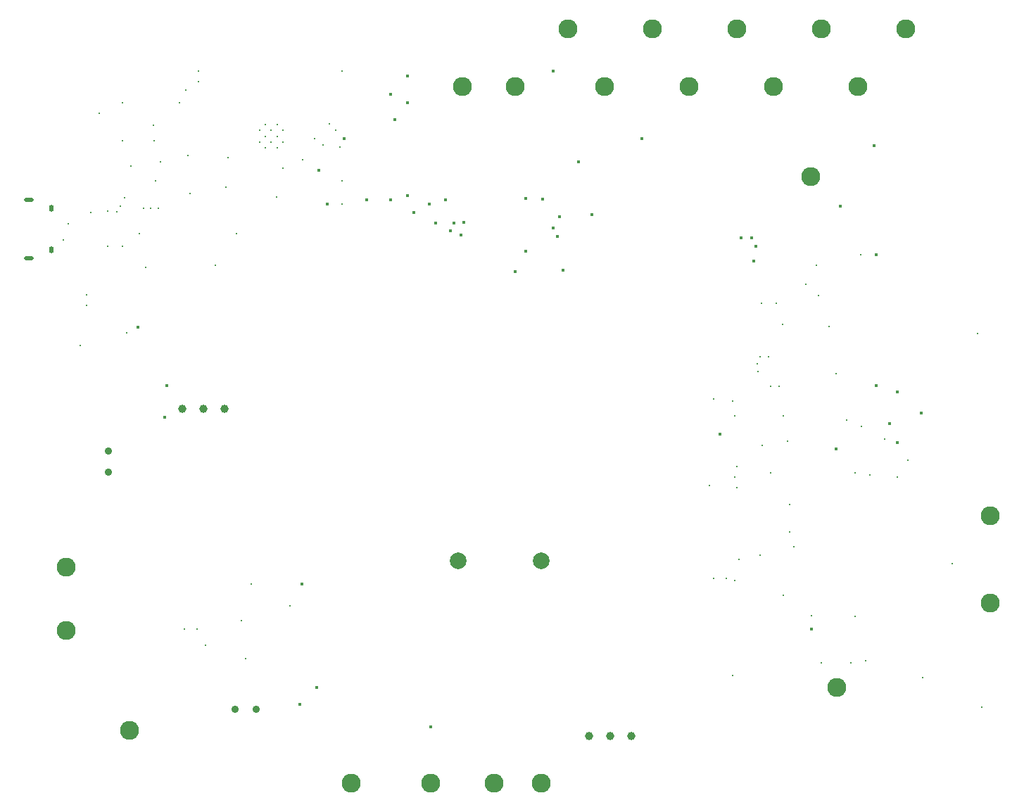
<source format=gbr>
%TF.GenerationSoftware,KiCad,Pcbnew,7.0.8*%
%TF.CreationDate,2024-01-29T15:42:32-05:00*%
%TF.ProjectId,cc_laser_supply_rev-B,63635f6c-6173-4657-925f-737570706c79,rev?*%
%TF.SameCoordinates,Original*%
%TF.FileFunction,Plated,1,4,PTH,Mixed*%
%TF.FilePolarity,Positive*%
%FSLAX46Y46*%
G04 Gerber Fmt 4.6, Leading zero omitted, Abs format (unit mm)*
G04 Created by KiCad (PCBNEW 7.0.8) date 2024-01-29 15:42:32*
%MOMM*%
%LPD*%
G01*
G04 APERTURE LIST*
%TA.AperFunction,ComponentDrill*%
%ADD10C,0.200000*%
%TD*%
%TA.AperFunction,ViaDrill*%
%ADD11C,0.300000*%
%TD*%
%TA.AperFunction,ViaDrill*%
%ADD12C,0.400000*%
%TD*%
G04 aperture for slot hole*
%TA.AperFunction,ComponentDrill*%
%ADD13O,1.150000X0.500000*%
%TD*%
G04 aperture for slot hole*
%TA.AperFunction,ComponentDrill*%
%ADD14O,0.550000X0.850000*%
%TD*%
%TA.AperFunction,ComponentDrill*%
%ADD15C,0.890000*%
%TD*%
%TA.AperFunction,ComponentDrill*%
%ADD16C,1.000000*%
%TD*%
%TA.AperFunction,ComponentDrill*%
%ADD17C,2.000000*%
%TD*%
%TA.AperFunction,ComponentDrill*%
%ADD18C,2.286000*%
%TD*%
G04 APERTURE END LIST*
D10*
%TO.C,U2*%
X106420000Y-65606200D03*
X106420000Y-67006200D03*
X107120000Y-64906200D03*
X107120000Y-66306200D03*
X107120000Y-67706200D03*
X107795000Y-65606200D03*
X107795000Y-67006200D03*
X108520000Y-64906200D03*
X108520000Y-66306200D03*
X108520000Y-67706200D03*
X109220000Y-65606200D03*
X109220000Y-67006200D03*
%TD*%
D11*
X82804000Y-78740000D03*
X83372436Y-76853153D03*
X84836000Y-91440000D03*
X85598000Y-85344000D03*
X85624500Y-86614000D03*
X86106000Y-75438000D03*
X87122000Y-63500000D03*
X88138000Y-75304900D03*
X88138000Y-79502000D03*
X89243309Y-75417914D03*
X89662000Y-74676000D03*
X89916000Y-62230000D03*
X89916000Y-66802000D03*
X89916000Y-79502000D03*
X90170000Y-73660000D03*
X90424000Y-89916000D03*
X90932000Y-69850000D03*
X91948000Y-77978000D03*
X92456000Y-74930000D03*
X92710000Y-82042000D03*
X93345000Y-74930000D03*
X93667911Y-64965911D03*
X93726000Y-66802000D03*
X93918500Y-71628000D03*
X94234000Y-74930000D03*
X94488000Y-69342000D03*
X96774000Y-62230000D03*
X97358750Y-125603000D03*
X97536000Y-60706000D03*
X97790000Y-68580000D03*
X98044000Y-73152000D03*
X98882750Y-125603000D03*
X99060000Y-58420000D03*
X99060000Y-59690000D03*
X99898750Y-127508000D03*
X101092000Y-81788000D03*
X102362000Y-72390000D03*
X102616000Y-68834000D03*
X103632000Y-77978000D03*
X104216750Y-124587000D03*
X104724750Y-129159000D03*
X105410000Y-120142000D03*
X108484503Y-73633497D03*
X109220000Y-70104000D03*
X110058750Y-122809000D03*
X111566161Y-69148161D03*
X113030000Y-66548000D03*
X114046000Y-67310000D03*
X114808000Y-64770000D03*
X115570000Y-65532000D03*
X116078000Y-67564000D03*
X116332000Y-58420000D03*
X116332000Y-71628000D03*
X116332000Y-74422000D03*
X160528000Y-108331000D03*
X161036000Y-97917000D03*
X161036000Y-119507000D03*
X162560000Y-119507000D03*
X163322000Y-98171000D03*
X163322000Y-131191000D03*
X163576000Y-99949000D03*
X163576000Y-107315000D03*
X163576000Y-119761000D03*
X163830000Y-106045000D03*
X163830000Y-108585000D03*
X164084000Y-117221000D03*
X166339552Y-93690343D03*
X166370000Y-94615000D03*
X166624000Y-92837000D03*
X166624000Y-116713000D03*
X166844000Y-86360000D03*
X166878000Y-103505000D03*
X167655260Y-92821740D03*
X167894000Y-96393000D03*
X167894000Y-106807000D03*
X168622000Y-86360000D03*
X168910000Y-96393000D03*
X169384000Y-88900000D03*
X169418000Y-99949000D03*
X169418000Y-121539000D03*
X169926000Y-102997000D03*
X170180000Y-110617000D03*
X170180000Y-113919000D03*
X170688000Y-115697000D03*
X172178000Y-84074000D03*
X172820497Y-123978503D03*
X173448000Y-81788000D03*
X173702000Y-85480500D03*
X173990000Y-129667000D03*
X174972000Y-89154000D03*
X175768000Y-94869000D03*
X177038000Y-100457000D03*
X177546000Y-129667000D03*
X178054000Y-106807000D03*
X178054000Y-124079000D03*
X178782000Y-80518000D03*
X178816000Y-101219000D03*
X179324000Y-129413000D03*
X179832000Y-107061000D03*
X181625260Y-102758260D03*
X183134000Y-107315000D03*
X184404000Y-105283000D03*
X186182000Y-131445000D03*
X189738000Y-117729000D03*
X192786000Y-90043000D03*
X193294000Y-135001000D03*
D12*
X91821000Y-89281000D03*
X94996000Y-100076000D03*
X95250000Y-96266000D03*
X111252000Y-134620000D03*
X111506000Y-120142000D03*
X113284000Y-132588000D03*
X113538000Y-70358000D03*
X114554000Y-74422000D03*
X116586000Y-66548000D03*
X119336100Y-73914000D03*
X122174000Y-61214000D03*
X122174000Y-73914000D03*
X122682000Y-64262000D03*
X124206000Y-59055000D03*
X124206000Y-62230000D03*
X124206000Y-73406000D03*
X124968000Y-75438000D03*
X126873000Y-74422000D03*
X127000000Y-137370100D03*
X127633550Y-76731950D03*
X128828800Y-73964800D03*
X129413000Y-77680100D03*
X129794000Y-76708000D03*
X130683000Y-78166100D03*
X130973995Y-76664105D03*
X137160000Y-82550000D03*
X138430000Y-80137000D03*
X138480800Y-73812400D03*
X140501200Y-73876600D03*
X141732000Y-58420000D03*
X141782800Y-77317600D03*
X142240000Y-78333600D03*
X142494000Y-75946000D03*
X142900400Y-82397600D03*
X144780000Y-69342000D03*
X146431000Y-75692000D03*
X152400000Y-66548000D03*
X161798000Y-102108000D03*
X164338000Y-78486000D03*
X165608000Y-78486000D03*
X165862000Y-81280000D03*
X166116000Y-79502000D03*
X172847000Y-125603000D03*
X175768000Y-103886000D03*
X176276000Y-74676000D03*
X180383900Y-67467929D03*
X180594000Y-80518000D03*
X180594000Y-96266000D03*
X182245000Y-100838000D03*
X183134000Y-97028000D03*
X183134000Y-103124000D03*
X186055000Y-99568000D03*
D13*
%TO.C,J1*%
X78710000Y-73970000D03*
X78710000Y-80970000D03*
D14*
X81410000Y-74970000D03*
X81410000Y-79970000D03*
D15*
%TO.C,J2*%
X88265000Y-104140000D03*
X88265000Y-106680000D03*
%TO.C,J3*%
X103505000Y-135255000D03*
X106045000Y-135255000D03*
D16*
%TO.C,JP1*%
X97155000Y-99060000D03*
X99695000Y-99060000D03*
X102235000Y-99060000D03*
%TO.C,JP2*%
X146050000Y-138430000D03*
X148590000Y-138430000D03*
X151130000Y-138430000D03*
D17*
%TO.C,C13*%
X130320499Y-117348000D03*
X140320499Y-117348000D03*
D18*
%TO.C,TP9*%
X83185000Y-118110000D03*
%TO.C,TP10*%
X83185000Y-125730000D03*
%TO.C,TP18*%
X90805000Y-137795000D03*
%TO.C,TP22*%
X117475000Y-144145000D03*
%TO.C,TP15*%
X127000000Y-144145000D03*
%TO.C,TP2*%
X130810000Y-60325000D03*
%TO.C,TP16*%
X134620000Y-144145000D03*
%TO.C,TP1*%
X137160000Y-60325000D03*
%TO.C,TP14*%
X140335000Y-144145000D03*
%TO.C,TP17*%
X143510000Y-53340000D03*
%TO.C,TP8*%
X147955000Y-60325000D03*
%TO.C,TP19*%
X153670000Y-53340000D03*
%TO.C,TP11*%
X158115000Y-60325000D03*
%TO.C,TP20*%
X163830000Y-53340000D03*
%TO.C,TP12*%
X168275000Y-60325000D03*
%TO.C,TP3*%
X172720000Y-71120000D03*
%TO.C,TP21*%
X173990000Y-53340000D03*
%TO.C,TP6*%
X175895000Y-132588000D03*
%TO.C,TP13*%
X178435000Y-60325000D03*
%TO.C,TP4*%
X184150000Y-53340000D03*
%TO.C,TP5*%
X194310000Y-111973000D03*
%TO.C,TP7*%
X194310000Y-122428000D03*
M02*

</source>
